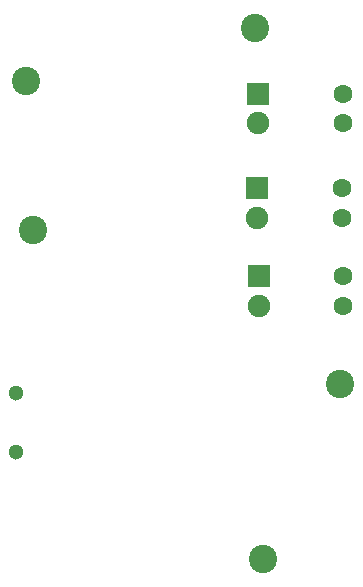
<source format=gbr>
%TF.GenerationSoftware,KiCad,Pcbnew,(5.1.9-0-10_14)*%
%TF.CreationDate,2021-03-09T11:41:36-05:00*%
%TF.ProjectId,Antoinette_PowerBank,416e746f-696e-4657-9474-655f506f7765,rev?*%
%TF.SameCoordinates,Original*%
%TF.FileFunction,Soldermask,Bot*%
%TF.FilePolarity,Negative*%
%FSLAX46Y46*%
G04 Gerber Fmt 4.6, Leading zero omitted, Abs format (unit mm)*
G04 Created by KiCad (PCBNEW (5.1.9-0-10_14)) date 2021-03-09 11:41:36*
%MOMM*%
%LPD*%
G01*
G04 APERTURE LIST*
%ADD10C,2.400000*%
%ADD11C,1.300000*%
%ADD12R,1.900000X1.900000*%
%ADD13C,1.900000*%
%ADD14C,1.600000*%
G04 APERTURE END LIST*
D10*
%TO.C,TP1*%
X91821000Y-31115000D03*
%TD*%
D11*
%TO.C,J4*%
X71628000Y-67016000D03*
X71628000Y-62016000D03*
%TD*%
D10*
%TO.C,TP2*%
X72453500Y-35623500D03*
%TD*%
%TO.C,TP3*%
X92519500Y-76073000D03*
%TD*%
%TO.C,TP4*%
X99060000Y-61277500D03*
%TD*%
%TO.C,TP5*%
X73025000Y-48260000D03*
%TD*%
D12*
%TO.C,J1*%
X92125800Y-36677600D03*
D13*
X92125800Y-39177600D03*
D14*
X99305800Y-36677600D03*
X99305800Y-39177600D03*
%TD*%
D12*
%TO.C,J3*%
X91998800Y-44678600D03*
D13*
X91998800Y-47178600D03*
D14*
X99178800Y-44678600D03*
X99178800Y-47178600D03*
%TD*%
D12*
%TO.C,J5*%
X92138500Y-52133500D03*
D13*
X92138500Y-54633500D03*
D14*
X99318500Y-52133500D03*
X99318500Y-54633500D03*
%TD*%
M02*

</source>
